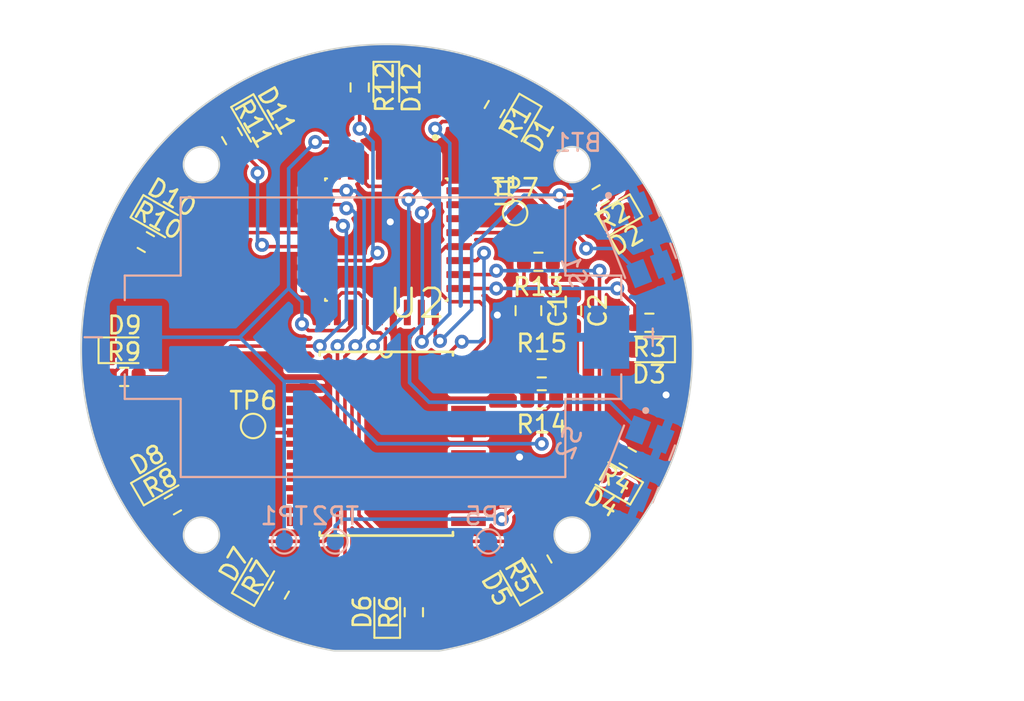
<source format=kicad_pcb>
(kicad_pcb (version 20221018) (generator pcbnew)
  (layers (0 "F.Cu" signal) (31 "B.Cu" signal) (34 "B.Paste" user) (35 "F.Paste" user) (36 "B.SilkS" user "B.Silkscreen") (37 "F.SilkS" user "F.Silkscreen") (38 "B.Mask" user) (39 "F.Mask" user) (44 "Edge.Cuts" user))
  (net 0 "")
  (net 1 "VCC")
  (net 2 "GND")
  (net 3 "/RST")
  (net 4 "/D-")
  (net 5 "Net-(D1-A)")
  (net 6 "Net-(D2-A)")
  (net 7 "Net-(D3-A)")
  (net 8 "Net-(D4-A)")
  (net 9 "Net-(D5-A)")
  (net 10 "Net-(D6-A)")
  (net 11 "Net-(D7-A)")
  (net 12 "Net-(D8-A)")
  (net 13 "Net-(D9-A)")
  (net 14 "Net-(D10-A)")
  (net 15 "Net-(D11-A)")
  (net 16 "Net-(D12-A)")
  (net 17 "/A0")
  (net 18 "/A1")
  (net 19 "/A2")
  (net 20 "/A3")
  (net 21 "/D13")
  (net 22 "/D4")
  (net 23 "/D5")
  (net 24 "/D6")
  (net 25 "/D7")
  (net 26 "/D8")
  (net 27 "/D9")
  (net 28 "/D10")
  (net 29 "/SDA")
  (net 30 "/SCL")
  (net 31 "/D2")
  (net 32 "/D3")
  (net 33 "Net-(U2-~RST)")
  (net 36 "/D11")
  (net 37 "/D12")
  (net 39 "/A7")
  (net 50 "/TXD")
  (net 51 "/RXD")
  (footprint "Resistor_SMD:R_0603_1608Metric" (layer "F.Cu") (at 141.719219 94.233002 120)
    (fp_text reference "R5" (at 0 -1.43 120) (layer "F.SilkS"))
    (fp_text value "R")
    (pad "1" smd roundrect (at -0.825 0 120) (size 0.8 0.95) (layers "F.Cu" "F.Paste" "F.Mask") (net 9 "Net-(D5-A)"))
    (pad "2" smd roundrect (at 0.825 0 120) (size 0.8 0.95) (layers "F.Cu" "F.Paste" "F.Mask") (net 21 "/D13"))
  )
  (footprint "LED_SMD:LED_0603_1608Metric" (layer "F.Cu") (at 125.345403 69.022319 -60)
    (fp_text reference "D11" (at 0 -1.43 120) (layer "F.SilkS"))
    (fp_text value "LED")
    (pad "1" smd roundrect (at -0.7875 -0.0254 300) (size 0.875 0.95) (layers "F.Cu" "F.Paste" "F.Mask") (net 2 "GND"))
    (pad "2" smd roundrect (at 0.7875 0 300) (size 0.875 0.95) (layers "F.Cu" "F.Paste" "F.Mask") (net 15 "Net-(D11-A)"))
  )
  (footprint "Resistor_SMD:R_0603_1608Metric" (layer "F.Cu") (at 117.8474 83.5494)
    (fp_text reference "R9" (at 0 -1.43) (layer "F.SilkS"))
    (fp_text value "R")
    (pad "1" smd roundrect (at -0.825 0) (size 0.8 0.95) (layers "F.Cu" "F.Paste" "F.Mask") (net 13 "Net-(D9-A)"))
    (pad "2" smd roundrect (at 0.825 0) (size 0.8 0.95) (layers "F.Cu" "F.Paste" "F.Mask") (net 25 "/D7"))
  )
  (footprint "LED_SMD:LED_0603_1608Metric" (layer "F.Cu") (at 140.389397 94.977681 120)
    (fp_text reference "D5" (at 0 -1.43 120) (layer "F.SilkS"))
    (fp_text value "LED")
    (pad "1" smd roundrect (at -0.7875 -0.0254 120) (size 0.875 0.95) (layers "F.Cu" "F.Paste" "F.Mask") (net 2 "GND"))
    (pad "2" smd roundrect (at 0.7875 0 120) (size 0.875 0.95) (layers "F.Cu" "F.Paste" "F.Mask") (net 9 "Net-(D5-A)"))
  )
  (footprint "Resistor_SMD:R_0603_1608Metric" (layer "F.Cu") (at 131.318 66.98 -90)
    (fp_text reference "R12" (at 0 -1.43 90) (layer "F.SilkS"))
    (fp_text value "R")
    (pad "1" smd roundrect (at -0.825 0 270) (size 0.8 0.95) (layers "F.Cu" "F.Paste" "F.Mask") (net 16 "Net-(D12-A)"))
    (pad "2" smd roundrect (at 0.825 0 270) (size 0.8 0.95) (layers "F.Cu" "F.Paste" "F.Mask") (net 28 "/D10"))
  )
  (footprint "TestPoint:TestPoint_Pad_D1.0mm" (layer "F.Cu") (at 125.222 86.36)
    (fp_text reference "TP6" (at 0 -1.448) (layer "F.SilkS"))
    (fp_text value "TestPoint")
    (pad "1" smd circle (at 0 0) (size 1 1) (layers "F.Cu" "F.Mask") (net 33 "Net-(U2-~RST)"))
  )
  (footprint "LED_SMD:LED_0603_1608Metric" (layer "F.Cu") (at 145.870481 89.478003 150)
    (fp_text reference "D4" (at 0 -1.43 150) (layer "F.SilkS"))
    (fp_text value "LED")
    (pad "1" smd roundrect (at -0.7875 -0.0254 150) (size 0.875 0.95) (layers "F.Cu" "F.Paste" "F.Mask") (net 2 "GND"))
    (pad "2" smd roundrect (at 0.7875 0 150) (size 0.875 0.95) (layers "F.Cu" "F.Paste" "F.Mask") (net 8 "Net-(D4-A)"))
  )
  (footprint "Resistor_SMD:R_0603_1608Metric" (layer "F.Cu") (at 120.634398 90.851819 30)
    (fp_text reference "R8" (at 0 -1.43 30) (layer "F.SilkS"))
    (fp_text value "R")
    (pad "1" smd roundrect (at -0.825 0 30) (size 0.8 0.95) (layers "F.Cu" "F.Paste" "F.Mask") (net 12 "Net-(D8-A)"))
    (pad "2" smd roundrect (at 0.825 0 30) (size 0.8 0.95) (layers "F.Cu" "F.Paste" "F.Mask") (net 24 "/D6"))
  )
  (footprint "LED_SMD:LED_0603_1608Metric" (layer "F.Cu") (at 132.842 67 -90)
    (fp_text reference "D12" (at 0 -1.43 90) (layer "F.SilkS"))
    (fp_text value "LED")
    (pad "1" smd roundrect (at -0.7875 -0.0254 270) (size 0.875 0.95) (layers "F.Cu" "F.Paste" "F.Mask") (net 2 "GND"))
    (pad "2" smd roundrect (at 0.7875 0 270) (size 0.875 0.95) (layers "F.Cu" "F.Paste" "F.Mask") (net 16 "Net-(D12-A)"))
  )
  (footprint "Resistor_SMD:R_0603_1608Metric" (layer "F.Cu") (at 145.100402 73.148181 -150)
    (fp_text reference "R2" (at 0 -1.43 30) (layer "F.SilkS"))
    (fp_text value "R")
    (pad "1" smd roundrect (at -0.825 0 210) (size 0.8 0.95) (layers "F.Cu" "F.Paste" "F.Mask") (net 6 "Net-(D2-A)"))
    (pad "2" smd roundrect (at 0.825 0 210) (size 0.8 0.95) (layers "F.Cu" "F.Paste" "F.Mask") (net 18 "/A1"))
  )
  (footprint "Resistor_SMD:R_0603_1608Metric" (layer "F.Cu") (at 139.035581 68.217598 -120)
    (fp_text reference "R1" (at 0 -1.43 60) (layer "F.SilkS"))
    (fp_text value "R")
    (pad "1" smd roundrect (at -0.825 0 240) (size 0.8 0.95) (layers "F.Cu" "F.Paste" "F.Mask") (net 5 "Net-(D1-A)"))
    (pad "2" smd roundrect (at 0.825 0 240) (size 0.8 0.95) (layers "F.Cu" "F.Paste" "F.Mask") (net 17 "/A0"))
  )
  (footprint "LED_SMD:LED_0603_1608Metric" (layer "F.Cu") (at 119.864319 74.521997 -30)
    (fp_text reference "D10" (at 0 -1.43 150) (layer "F.SilkS"))
    (fp_text value "LED")
    (pad "1" smd roundrect (at -0.7875 -0.0254 330) (size 0.875 0.95) (layers "F.Cu" "F.Paste" "F.Mask") (net 2 "GND"))
    (pad "2" smd roundrect (at 0.7875 0 330) (size 0.875 0.95) (layers "F.Cu" "F.Paste" "F.Mask") (net 14 "Net-(D10-A)"))
  )
  (footprint "LED_SMD:LED_0603_1608Metric" (layer "F.Cu") (at 125.389397 95.003081 60)
    (fp_text reference "D7" (at 0 -1.43 60) (layer "F.SilkS"))
    (fp_text value "LED")
    (pad "1" smd roundrect (at -0.7875 -0.0254 60) (size 0.875 0.95) (layers "F.Cu" "F.Paste" "F.Mask") (net 2 "GND"))
    (pad "2" smd roundrect (at 0.7875 0 60) (size 0.875 0.95) (layers "F.Cu" "F.Paste" "F.Mask") (net 11 "Net-(D7-A)"))
  )
  (footprint "Resistor_SMD:R_0603_1608Metric" (layer "F.Cu") (at 141.541 76.962 180)
    (fp_text reference "R13" (at 0 -1.43) (layer "F.SilkS"))
    (fp_text value "10K")
    (pad "1" smd roundrect (at -0.825 0 180) (size 0.8 0.95) (layers "F.Cu" "F.Paste" "F.Mask") (net 3 "/RST"))
    (pad "2" smd roundrect (at 0.825 0 180) (size 0.8 0.95) (layers "F.Cu" "F.Paste" "F.Mask") (net 1 "VCC"))
  )
  (footprint "Capacitor_SMD:C_0805_2012Metric" (layer "F.Cu") (at 143.256 79.756 -90)
    (fp_text reference "C2" (at 0 -1.68 90) (layer "F.SilkS"))
    (fp_text value "0.1uF")
    (pad "1" smd roundrect (at -0.95 0 270) (size 1 1.45) (layers "F.Cu" "F.Paste" "F.Mask") (net 3 "/RST"))
    (pad "2" smd roundrect (at 0.95 0 270) (size 1 1.45) (layers "F.Cu" "F.Paste" "F.Mask") (net 4 "/D-"))
  )
  (footprint "Resistor_SMD:R_0603_1608Metric" (layer "F.Cu") (at 141.732 84.836 180)
    (fp_text reference "R14" (at 0 -1.43) (layer "F.SilkS"))
    (fp_text value "10K")
    (pad "1" smd roundrect (at -0.825 0 180) (size 0.8 0.95) (layers "F.Cu" "F.Paste" "F.Mask") (net 1 "VCC"))
    (pad "2" smd roundrect (at 0.825 0 180) (size 0.8 0.95) (layers "F.Cu" "F.Paste" "F.Mask") (net 29 "/SDA"))
  )
  (footprint "IO_watch_cat_ball:DS3231" (layer "F.Cu") (at 132.842 87.376)
    (fp_text reference "U2" (at 1.753955 -8.032615) (layer "F.SilkS") (effects (font (size 1.641268 1.641268))))
    (fp_text value "DS3231S")
    (pad "1" smd rect (at -4.699 -4.445) (size 1.9812 0.5334) (layers "F.Cu" "F.Paste" "F.Mask"))
    (pad "2" smd rect (at -4.699 -3.175) (size 1.9812 0.5334) (layers "F.Cu" "F.Paste" "F.Mask") (net 2 "GND"))
    (pad "3" smd rect (at -4.699 -1.905) (size 1.9812 0.5334) (layers "F.Cu" "F.Paste" "F.Mask"))
    (pad "4" smd rect (at -4.699 -0.635) (size 1.9812 0.5334) (layers "F.Cu" "F.Paste" "F.Mask") (net 33 "Net-(U2-~RST)"))
    (pad "5" smd rect (at -4.699 0.635) (size 1.9812 0.5334) (layers "F.Cu" "F.Paste" "F.Mask"))
    (pad "6" smd rect (at -4.699 1.905) (size 1.9812 0.5334) (layers "F.Cu" "F.Paste" "F.Mask"))
    (pad "7" smd rect (at -4.699 3.175) (size 1.9812 0.5334) (layers "F.Cu" "F.Paste" "F.Mask"))
    (pad "8" smd rect (at -4.699 4.445) (size 1.9812 0.5334) (layers "F.Cu" "F.Paste" "F.Mask"))
    (pad "9" smd rect (at 4.699 4.445) (size 1.9812 0.5334) (layers "F.Cu" "F.Paste" "F.Mask"))
    (pad "10" smd rect (at 4.699 3.175) (size 1.9812 0.5334) (layers "F.Cu" "F.Paste" "F.Mask"))
    (pad "11" smd rect (at 4.699 1.905) (size 1.9812 0.5334) (layers "F.Cu" "F.Paste" "F.Mask"))
    (pad "12" smd rect (at 4.699 0.635) (size 1.9812 0.5334) (layers "F.Cu" "F.Paste" "F.Mask"))
    (pad "13" smd rect (at 4.699 -0.635) (size 1.9812 0.5334) (layers "F.Cu" "F.Paste" "F.Mask") (net 2 "GND"))
    (pad "14" smd rect (at 4.699 -1.905) (size 1.9812 0.5334) (layers "F.Cu" "F.Paste" "F.Mask") (net 1 "VCC"))
    (pad "15" smd rect (at 4.699 -3.175) (size 1.9812 0.5334) (layers "F.Cu" "F.Paste" "F.Mask") (net 29 "/SDA"))
    (pad "16" smd rect (at 4.699 -4.445) (size 1.9812 0.5334) (layers "F.Cu" "F.Paste" "F.Mask") (net 30 "/SCL"))
  )
  (footprint "Resistor_SMD:R_0603_1608Metric" (layer "F.Cu") (at 126.699219 95.782402 60)
    (fp_text reference "R7" (at 0 -1.43 60) (layer "F.SilkS"))
    (fp_text value "R")
    (pad "1" smd roundrect (at -0.825 0 60) (size 0.8 0.95) (layers "F.Cu" "F.Paste" "F.Mask") (net 11 "Net-(D7-A)"))
    (pad "2" smd roundrect (at 0.825 0 60) (size 0.8 0.95) (layers "F.Cu" "F.Paste" "F.Mask") (net 23 "/D5"))
  )
  (footprint "Resistor_SMD:R_0603_1608Metric" (layer "F.Cu") (at 134.4168 97.02 90)
    (fp_text reference "R6" (at 0 -1.43 90) (layer "F.SilkS"))
    (fp_text value "R")
    (pad "1" smd roundrect (at -0.825 0 90) (size 0.8 0.95) (layers "F.Cu" "F.Paste" "F.Mask") (net 10 "Net-(D6-A)"))
    (pad "2" smd roundrect (at 0.825 0 90) (size 0.8 0.95) (layers "F.Cu" "F.Paste" "F.Mask") (net 22 "/D4"))
  )
  (footprint "Resistor_SMD:R_0603_1608Metric" (layer "F.Cu") (at 141.732 83.058)
    (fp_text reference "R15" (at 0 -1.43) (layer "F.SilkS"))
    (fp_text value "10K")
    (pad "1" smd roundrect (at -0.825 0) (size 0.8 0.95) (layers "F.Cu" "F.Paste" "F.Mask") (net 30 "/SCL"))
    (pad "2" smd roundrect (at 0.825 0) (size 0.8 0.95) (layers "F.Cu" "F.Paste" "F.Mask") (net 1 "VCC"))
  )
  (footprint "Resistor_SMD:R_0603_1608Metric" (layer "F.Cu") (at 119.084998 75.831819 -30)
    (fp_text reference "R10" (at 0 -1.43 150) (layer "F.SilkS"))
    (fp_text value "R")
    (pad "1" smd roundrect (at -0.825 0 330) (size 0.8 0.95) (layers "F.Cu" "F.Paste" "F.Mask") (net 14 "Net-(D10-A)"))
    (pad "2" smd roundrect (at 0.825 0 330) (size 0.8 0.95) (layers "F.Cu" "F.Paste" "F.Mask") (net 26 "/D8"))
  )
  (footprint "Resistor_SMD:R_0603_1608Metric" (layer "F.Cu") (at 147.8874 80.4506 180)
    (fp_text reference "R3" (at 0 -1.43) (layer "F.SilkS"))
    (fp_text value "R")
    (pad "1" smd roundrect (at -0.825 0 180) (size 0.8 0.95) (layers "F.Cu" "F.Paste" "F.Mask") (net 7 "Net-(D3-A)"))
    (pad "2" smd roundrect (at 0.825 0 180) (size 0.8 0.95) (layers "F.Cu" "F.Paste" "F.Mask") (net 19 "/A2"))
  )
  (footprint "Resistor_SMD:R_0603_1608Metric" (layer "F.Cu") (at 146.649802 88.168181 150)
    (fp_text reference "R4" (at 0 -1.43 150) (layer "F.SilkS"))
    (fp_text value "R")
    (pad "1" smd roundrect (at -0.825 0 150) (size 0.8 0.95) (layers "F.Cu" "F.Paste" "F.Mask") (net 8 "Net-(D4-A)"))
    (pad "2" smd roundrect (at 0.825 0 150) (size 0.8 0.95) (layers "F.Cu" "F.Paste" "F.Mask") (net 20 "/A3"))
  )
  (footprint "LED_SMD:LED_0603_1608Metric" (layer "F.Cu") (at 140.345403 68.996919 -120)
    (fp_text reference "D1" (at 0 -1.43 60) (layer "F.SilkS"))
    (fp_text value "LED")
    (pad "1" smd roundrect (at -0.7875 -0.0254 240) (size 0.875 0.95) (layers "F.Cu" "F.Paste" "F.Mask") (net 2 "GND"))
    (pad "2" smd roundrect (at 0.7875 0 240) (size 0.875 0.95) (layers "F.Cu" "F.Paste" "F.Mask") (net 5 "Net-(D1-A)"))
  )
  (footprint "Resistor_SMD:R_0603_1608Metric" (layer "F.Cu") (at 124.015581 69.766998 -60)
    (fp_text reference "R11" (at 0 -1.43 120) (layer "F.SilkS"))
    (fp_text value "R")
    (pad "1" smd roundrect (at -0.825 0 300) (size 0.8 0.95) (layers "F.Cu" "F.Paste" "F.Mask") (net 15 "Net-(D11-A)"))
    (pad "2" smd roundrect (at 0.825 0 300) (size 0.8 0.95) (layers "F.Cu" "F.Paste" "F.Mask") (net 27 "/D9"))
  )
  (footprint "Capacitor_SMD:C_0805_2012Metric" (layer "F.Cu") (at 140.97 79.756 -90)
    (fp_text reference "C1" (at 0 -1.68 90) (layer "F.SilkS"))
    (fp_text value "1uF")
    (pad "1" smd roundrect (at -0.95 0 270) (size 1 1.45) (layers "F.Cu" "F.Paste" "F.Mask") (net 1 "VCC"))
    (pad "2" smd roundrect (at 0.95 0 270) (size 1 1.45) (layers "F.Cu" "F.Paste" "F.Mask") (net 2 "GND"))
  )
  (footprint "IO_watch_cat_ball:atmega328P_shinked" (layer "F.Cu") (at 132.842 75.692 -90)
    (fp_text reference "U1" (at -2.795 -6.79 -90) (layer "F.SilkS"))
    (fp_text value "ATMEGA328P-AU")
    (pad "1" smd roundrect (at -4.17 -2.8 270) (size 1.47 0.4) (layers "F.Cu" "F.Paste" "F.Mask") (roundrect_rratio 0.125) (net 32 "/D3"))
    (pad "2" smd roundrect (at -4.17 -2 270) (size 1.47 0.4) (layers "F.Cu" "F.Paste" "F.Mask") (roundrect_rratio 0.125) (net 22 "/D4"))
    (pad "3" smd roundrect (at -4.17 -1.2 270) (size 1.47 0.4) (layers "F.Cu" "F.Paste" "F.Mask") (roundrect_rratio 0.125) (net 2 "GND"))
    (pad "4" smd roundrect (at -4.17 -0.4 270) (size 1.47 0.4) (layers "F.Cu" "F.Paste" "F.Mask") (roundrect_rratio 0.125) (net 1 "VCC"))
    (pad "5" smd roundrect (at -4.17 0.4 270) (size 1.47 0.4) (layers "F.Cu" "F.Paste" "F.Mask") (roundrect_rratio 0.125) (net 2 "GND"))
    (pad "6" smd roundrect (at -4.17 1.2 270) (size 1.47 0.4) (layers "F.Cu" "F.Paste" "F.Mask") (roundrect_rratio 0.125) (net 1 "VCC"))
    (pad "7" smd roundrect (at -4.17 2 270) (size 1.47 0.4) (layers "F.Cu" "F.Paste" "F.Mask") (roundrect_rratio 0.125))
    (pad "8" smd roundrect (at -4.17 2.8 270) (size 1.47 0.4) (layers "F.Cu" "F.Paste" "F.Mask") (roundrect_rratio 0.125))
    (pad "9" smd roundrect (at -2.8 4.17 270) (size 0.4 1.47) (layers "F.Cu" "F.Paste" "F.Mask") (roundrect_rratio 0.125) (net 23 "/D5"))
    (pad "10" smd roundrect (at -2 4.17 270) (size 0.4 1.47) (layers "F.Cu" "F.Paste" "F.Mask") (roundrect_rratio 0.125) (net 24 "/D6"))
    (pad "11" smd roundrect (at -1.2 4.17 270) (size 0.4 1.47) (layers "F.Cu" "F.Paste" "F.Mask") (roundrect_rratio 0.125) (net 25 "/D7"))
    (pad "12" smd roundrect (at -0.4 4.17 270) (size 0.4 1.47) (layers "F.Cu" "F.Paste" "F.Mask") (roundrect_rratio 0.125) (net 26 "/D8"))
    (pad "13" smd roundrect (at 0.4 4.17 270) (size 0.4 1.47) (layers "F.Cu" "F.Paste" "F.Mask") (roundrect_rratio 0.125) (net 27 "/D9"))
    (pad "14" smd roundrect (at 1.2 4.17 270) (size 0.4 1.47) (layers "F.Cu" "F.Paste" "F.Mask") (roundrect_rratio 0.125) (net 28 "/D10"))
    (pad "15" smd roundrect (at 2 4.17 270) (size 0.4 1.47) (layers "F.Cu" "F.Paste" "F.Mask") (roundrect_rratio 0.125) (net 36 "/D11"))
    (pad "16" smd roundrect (at 2.8 4.17 270) (size 0.4 1.47) (layers "F.Cu" "F.Paste" "F.Mask") (roundrect_rratio 0.125) (net 37 "/D12"))
    (pad "17" smd roundrect (at 4.17 2.8 270) (size 1.47 0.4) (layers "F.Cu" "F.Paste" "F.Mask") (roundrect_rratio 0.125) (net 21 "/D13"))
    (pad "18" smd roundrect (at 4.17 2 270) (size 1.47 0.4) (layers "F.Cu" "F.Paste" "F.Mask") (roundrect_rratio 0.125) (net 1 "VCC"))
    (pad "19" smd roundrect (at 4.17 1.2 270) (size 1.47 0.4) (layers "F.Cu" "F.Paste" "F.Mask") (roundrect_rratio 0.125) (net 21 "/D13"))
    (pad "20" smd roundrect (at 4.17 0.4 270) (size 1.47 0.4) (layers "F.Cu" "F.Paste" "F.Mask") (roundrect_rratio 0.125))
    (pad "21" smd roundrect (at 4.17 -0.4 270) (size 1.47 0.4) (layers "F.Cu" "F.Paste" "F.Mask") (roundrect_rratio 0.125) (net 2 "GND"))
    (pad "22" smd roundrect (at 4.17 -1.2 270) (size 1.47 0.4) (layers "F.Cu" "F.Paste" "F.Mask") (roundrect_rratio 0.125) (net 39 "/A7"))
    (pad "23" smd roundrect (at 4.17 -2 270) (size 1.47 0.4) (layers "F.Cu" "F.Paste" "F.Mask") (roundrect_rratio 0.125) (net 17 "/A0"))
    (pad "24" smd roundrect (at 4.17 -2.8 270) (size 1.47 0.4) (layers "F.Cu" "F.Paste" "F.Mask") (roundrect_rratio 0.125) (net 18 "/A1"))
    (pad "25" smd roundrect (at 2.8 -4.17 270) (size 0.4 1.47) (layers "F.Cu" "F.Paste" "F.Mask") (roundrect_rratio 0.125) (net 19 "/A2"))
    (pad "26" smd roundrect (at 2 -4.17 270) (size 0.4 1.47) (layers "F.Cu" "F.Paste" "F.Mask") (roundrect_rratio 0.125) (net 20 "/A3"))
    (pad "27" smd roundrect (at 1.2 -4.17 270) (size 0.4 1.47) (layers "F.Cu" "F.Paste" "F.Mask") (roundrect_rratio 0.125) (net 29 "/SDA"))
    (pad "28" smd roundrect (at 0.4 -4.17 270) (size 0.4 1.47) (layers "F.Cu" "F.Paste" "F.Mask") (roundrect_rratio 0.125) (net 30 "/SCL"))
    (pad "29" smd roundrect (at -0.4 -4.17 270) (size 0.4 1.47) (layers "F.Cu" "F.Paste" "F.Mask") (roundrect_rratio 0.125) (net 3 "/RST"))
    (pad "30" smd roundrect (at -1.2 -4.17 270) (size 0.4 1.47) (layers "F.Cu" "F.Paste" "F.Mask") (roundrect_rratio 0.125) (net 51 "/RXD"))
    (pad "31" smd roundrect (at -2 -4.17 270) (size 0.4 1.47) (layers "F.Cu" "F.Paste" "F.Mask") (roundrect_rratio 0.125) (net 50 "/TXD"))
    (pad "32" smd roundrect (at -2.8 -4.17 270) (size 0.4 1.47) (layers "F.Cu" "F.Paste" "F.Mask") (roundrect_rratio 0.125) (net 31 "/D2"))
  )
  (footprint "TestPoint:TestPoint_Pad_D1.0mm" (layer "F.Cu") (at 140.208 74.168)
    (fp_text reference "TP7" (at 0 -1.448) (layer "F.SilkS"))
    (fp_text value "TestPoint")
    (pad "1" smd circle (at 0 0) (size 1 1) (layers "F.Cu" "F.Mask") (net 3 "/RST"))
  )
  (footprint "LED_SMD:LED_0603_1608Metric" (layer "F.Cu") (at 147.8674 81.9746 180)
    (fp_text reference "D3" (at 0 -1.43) (layer "F.SilkS"))
    (fp_text value "LED")
    (pad "1" smd roundrect (at -0.7875 -0.0254 180) (size 0.875 0.95) (layers "F.Cu" "F.Paste" "F.Mask") (net 2 "GND"))
    (pad "2" smd roundrect (at 0.7875 0 180) (size 0.875 0.95) (layers "F.Cu" "F.Paste" "F.Mask") (net 7 "Net-(D3-A)"))
  )
  (footprint "LED_SMD:LED_0603_1608Metric" (layer "F.Cu") (at 119.889719 89.521997 30)
    (fp_text reference "D8" (at 0 -1.43 30) (layer "F.SilkS"))
    (fp_text value "LED")
    (pad "1" smd roundrect (at -0.7875 -0.0254 30) (size 0.875 0.95) (layers "F.Cu" "F.Paste" "F.Mask") (net 2 "GND"))
    (pad "2" smd roundrect (at 0.7875 0 30) (size 0.875 0.95) (layers "F.Cu" "F.Paste" "F.Mask") (net 12 "Net-(D8-A)"))
  )
  (footprint "LED_SMD:LED_0603_1608Metric" (layer "F.Cu") (at 132.8928 97 90)
    (fp_text reference "D6" (at 0 -1.43 90) (layer "F.SilkS"))
    (fp_text value "LED")
    (pad "1" smd roundrect (at -0.7875 -0.0254 90) (size 0.875 0.95) (layers "F.Cu" "F.Paste" "F.Mask") (net 2 "GND"))
    (pad "2" smd roundrect (at 0.7875 0 90) (size 0.875 0.95) (layers "F.Cu" "F.Paste" "F.Mask") (net 10 "Net-(D6-A)"))
  )
  (footprint "LED_SMD:LED_0603_1608Metric" (layer "F.Cu") (at 117.8674 82.0254)
    (fp_text reference "D9" (at 0 -1.43) (layer "F.SilkS"))
    (fp_text value "LED")
    (pad "1" smd roundrect (at -0.7875 -0.0254) (size 0.875 0.95) (layers "F.Cu" "F.Paste" "F.Mask") (net 2 "GND"))
    (pad "2" smd roundrect (at 0.7875 0) (size 0.875 0.95) (layers "F.Cu" "F.Paste" "F.Mask") (net 13 "Net-(D9-A)"))
  )
  (footprint "LED_SMD:LED_0603_1608Metric" (layer "F.Cu") (at 145.845081 74.478003 -150)
    (fp_text reference "D2" (at 0 -1.43 30) (layer "F.SilkS"))
    (fp_text value "LED")
    (pad "1" smd roundrect (at -0.7875 -0.0254 210) (size 0.875 0.95) (layers "F.Cu" "F.Paste" "F.Mask") (net 2 "GND"))
    (pad "2" smd roundrect (at 0.7875 0 210) (size 0.875 0.95) (layers "F.Cu" "F.Paste" "F.Mask") (net 6 "Net-(D2-A)"))
  )
  (footprint "IO_watch_cat_ball:SW_EVQ-P7A01P" (layer "B.Cu") (at 147.32 75.692 -68.6)
    (fp_text reference "S1" (at 0.3175 4.1275 111.4) (layer "B.SilkS") (effects (justify mirror)))
    (fp_text value "EVQ-P7A01P")
    (pad "1_1" smd rect (at -1.8 0.725 291.4) (size 1.4 1.05) (layers "B.Cu" "B.Paste" "B.Mask") (net 31 "/D2"))
    (pad "1_2" smd rect (at 1.8 0.725 291.4) (size 1.4 1.05) (layers "B.Cu" "B.Paste" "B.Mask") (net 31 "/D2"))
    (pad "2_1" smd rect (at -1.8 -0.725 291.4) (size 1.4 1.05) (layers "B.Cu" "B.Paste" "B.Mask") (net 2 "GND"))
    (pad "2_2" smd rect (at 1.8 -0.725 291.4) (size 1.4 1.05) (layers "B.Cu" "B.Paste" "B.Mask") (net 2 "GND"))
  )
  (footprint "TestPoint:TestPoint_Pad_D1.0mm" (layer "B.Cu") (at 138.684 92.964 180)
    (fp_text reference "TP5" (at 0 1.448) (layer "B.SilkS") (effects (justify mirror)))
    (fp_text value "TestPoint")
    (pad "1" smd circle (at 0 0 180) (size 1 1) (layers "B.Cu" "B.Mask") (net 2 "GND"))
  )
  (footprint "IO_watch_cat_ball:BAT_1060TR" (layer "B.Cu") (at 132.08 81.28 180)
    (fp_text reference "BT1" (at -11.73 11.135) (layer "B.SilkS") (effects (justify mirror)))
    (fp_text value "1060TR")
    (pad "N" smd rect (at 13.36 0 180) (size 2.59 3.61) (layers "B.Cu" "B.Paste" "B.Mask") (net 1 "VCC"))
    (pad "P" smd rect (at -13.36 0 180) (size 2.59 3.61) (layers "B.Cu" "B.Paste" "B.Mask") (net 2 "GND"))
  )
  (footprint "IO_watch_cat_ball:SW_EVQ-P7A01P" (layer "B.Cu") (at 147.258206 88.533365 -111.4)
    (fp_text reference "S2" (at 0.3175 4.1275 68.6) (layer "B.SilkS") (effects (justify mirror)))
    (fp_text value "EVQ-P7A01P")
    (pad "1_1" smd rect (at -1.8 0.725 248.6) (size 1.4 1.05) (layers "B.Cu" "B.Paste" "B.Mask") (net 32 "/D3"))
    (pad "1_2" smd rect (at 1.8 0.725 248.6) (size 1.4 1.05) (layers "B.Cu" "B.Paste" "B.Mask") (net 32 "/D3"))
    (pad "2_1" smd rect (at -1.8 -0.725 248.6) (size 1.4 1.05) (layers "B.Cu" "B.Paste" "B.Mask") (net 2 "GND"))
    (pad "2_2" smd rect (at 1.8 -0.725 248.6) (size 1.4 1.05) (layers "B.Cu" "B.Paste" "B.Mask") (net 2 "GND"))
  )
  (footprint "TestPoint:TestPoint_Pad_D1.0mm" (layer "B.Cu") (at 127 92.964 180)
    (fp_text reference "TP1" (at 0 1.448) (layer "B.SilkS") (effects (justify mirror)))
    (fp_text value "TestPoint")
    (pad "1" smd circle (at 0 0 180) (size 1 1) (layers "B.Cu" "B.Mask") (net 1 "VCC"))
  )
  (footprint "TestPoint:TestPoint_Pad_D1.0mm" (layer "B.Cu") (at 129.921 92.964 180)
    (fp_text reference "TP2" (at 0 1.448) (layer "B.SilkS") (effects (justify mirror)))
    (fp_text value "TestPoint")
    (pad "1" smd circle (at 0 0 180) (size 1 1) (layers "B.Cu" "B.Mask") (net 4 "/D-"))
  )
  (gr_circle (center 122.2674 92.6026) (end 123.0974 92.0026) (stroke (width 0.1)) (fill none) (layer "Edge.Cuts"))
  (gr_circle (center 122.2648 71.4) (end 123.0948 70.8) (stroke (width 0.1)) (fill none) (layer "Edge.Cuts"))
  (gr_circle (center 143.47 92.6) (end 144.3 92) (stroke (width 0.1)) (fill none) (layer "Edge.Cuts"))
  (gr_line (start 129.8674 99.225) (end 135.8674 99.225) (stroke (width 0.1)) (layer "Edge.Cuts"))
  (gr_circle (center 143.4674 71.3974) (end 144.2974 70.7974) (stroke (width 0.1)) (fill none) (layer "Edge.Cuts"))
  (gr_arc (start 129.8674 99.225) (mid 132.882488 64.514399) (end 135.867846 99.227569) (stroke (width 0.1)) (layer "Edge.Cuts"))
  (segment (start 137.6826 85.6126) (end 141.7804 85.6126) (width 0.2032) (layer "F.Cu") (net 1))
  (segment (start 141.7804 85.6126) (end 142.557 84.836) (width 0.2032) (layer "F.Cu") (net 1))
  (segment (start 142.24 80.209992) (end 142.2294 80.220592) (width 0.2032) (layer "F.Cu") (net 1))
  (segment (start 142.557 83.312) (end 142.557 84.836) (width 0.2032) (layer "F.Cu") (net 1))
  (segment (start 130.5404 80.8986) (end 128.3966 80.8986) (width 0.2032) (layer "F.Cu") (net 1))
  (segment (start 142.24 79.502) (end 142.24 80.209992) (width 0.2032) (layer "F.Cu") (net 1))
  (segment (start 137.541 85.471) (end 137.6826 85.6126) (width 0.2032) (layer "F.Cu") (net 1))
  (segment (start 128.3966 80.8986) (end 128.016 80.518) (width 0.2032) (layer "F.Cu") (net 1))
  (segment (start 141.544 78.806) (end 142.24 79.502) (width 0.2032) (layer "F.Cu") (net 1))
  (segment (start 130.959 70.104) (end 128.778 70.104) (width 0.2032) (layer "F.Cu") (net 1))
  (segment (start 130.842 80.597) (end 130.5404 80.8986) (width 0.2032) (layer "F.Cu") (net 1))
  (segment (start 142.2294 81.191408) (end 142.24 81.202008) (width 0.2032) (layer "F.Cu") (net 1))
  (segment (start 141.732 85.661) (end 141.7804 85.6126) (width 0.2032) (layer "F.Cu") (net 1))
  (segment (start 131.642 72.46) (end 131.642 71.522) (width 0.2032) (layer "F.Cu") (net 1))
  (segment (start 130.842 79.862) (end 130.842 80.597) (width 0.2032) (layer "F.Cu") (net 1))
  (segment (start 141.732 87.376) (end 141.732 85.661) (width 0.2032) (layer "F.Cu") (net 1))
  (segment (start 137.093398 85.471) (end 137.541 85.471) (width 0.2032) (layer "F.Cu") (net 1))
  (segment (start 131.826 72.644) (end 131.642 72.46) (width 0.2032) (layer "F.Cu") (net 1))
  (segment (start 142.24 81.202008) (end 142.24 82.995) (width 0.2032) (layer "F.Cu") (net 1))
  (segment (start 140.716 78.806) (end 141.544 78.806) (width 0.2032) (layer "F.Cu") (net 1))
  (segment (start 131.642 70.787) (end 130.959 70.104) (width 0.2032) (layer "F.Cu") (net 1))
  (segment (start 131.642 71.522) (end 131.642 70.787) (width 0.2032) (layer "F.Cu") (net 1))
  (segment (start 140.716 76.962) (end 140.716 78.806) (width 0.2032) (layer "F.Cu") (net 1))
  (segment (start 133.242 72.498) (end 133.096 72.644) (width 0.2032) (layer "F.Cu") (net 1))
  (segment (start 142.24 82.995) (end 142.557 83.312) (width 0.2032) (layer "F.Cu") (net 1))
  (segment (start 133.096 72.644) (end 131.826 72.644) (width 0.2032) (layer "F.Cu") (net 1))
  (segment (start 142.2294 80.220592) (end 142.2294 81.191408) (width 0.2032) (layer "F.Cu") (net 1))
  (segment (start 133.242 71.522) (end 133.242 72.498) (width 0.2032) (layer "F.Cu") (net 1))
  (via (at 128.016 80.518) (size 0.8) (drill 0.4) (layers "F.Cu" "B.Cu") (net 1))
  (via (at 141.732 87.376) (size 0.8) (drill 0.4) (layers "F.Cu" "B.Cu") (net 1))
  (via (at 128.778 70.104) (size 0.8) (drill 0.4) (layers "F.Cu" "B.Cu") (net 1))
  (segment (start 124.46 81.28) (end 127 83.82) (width 0.2032) (layer "B.Cu") (net 1))
  (segment (start 136.33579 87.376) (end 141.732 87.376) (width 0.2032) (layer "B.Cu") (net 1))
  (segment (start 128.016 79.248) (end 127.254 78.486) (width 0.2032) (layer "B.Cu") (net 1))
  (segment (start 124.46 81.28) (end 118.72 81.28) (width 0.2032) (layer "B.Cu") (net 1))
  (segment (start 128.016 80.518) (end 128.016 79.248) (width 0.2032) (layer "B.Cu") (net 1))
  (segment (start 128.778 83.82) (end 127 83.82) (width 0.2032) (layer "B.Cu") (net 1))
  (segment (start 132.334 87.376) (end 128.778 83.82) (width 0.2032) (layer "B.Cu") (net 1))
  (segment (start 127 83.82) (end 127 92.964) (width 0.2032) (layer "B.Cu") (net 1))
  (segment (start 136.33579 87.376) (end 132.334 87.376) (width 0.2032) (layer "B.Cu") (net 1))
  (segment (start 127.254 71.628) (end 127.254 78.486) (width 0.2032) (layer "B.Cu") (net 1))
  (segment (start 128.778 70.104) (end 127.254 71.628) (width 0.2032) (layer "B.Cu") (net 1))
  (segment (start 127.254 78.486) (end 124.46 81.28) (width 0.2032) (layer "B.Cu") (net 1))
  (via (at 140.462 88.138) (size 0.8) (drill 0.4) (layers "F.Cu" "B.Cu") (net 2))
  (via (at 133.0676 74.676) (size 0.8) (drill 0.4) (layers "F.Cu" "B.Cu") (net 2))
  (via (at 139.192 80.01) (size 0.8) (drill 0.4) (layers "F.Cu" "B.Cu") (net 2))
  (via (at 148.844 84.582) (size 0.8) (drill 0.4) (layers "F.Cu" "B.Cu") (net 2))
  (segment (start 137.012 75.292) (end 141.84 75.292) (width 0.2032) (layer "F.Cu") (net 3))
  (segment (start 142.366 76.962) (end 142.366 78.17) (width 0.2032) (layer "F.Cu") (net 3))
  (segment (start 141.84 75.038) (end 140.97 74.168) (width 0.2032) (layer "F.Cu") (net 3))
  (segment (start 142.366 78.17) (end 143.002 78.806) (width 0.2032) (layer "F.Cu") (net 3))
  (segment (start 140.97 74.168) (end 140.208 74.168) (width 0.2032) (layer "F.Cu") (net 3))
  (segment (start 141.84 75.292) (end 141.84 75.038) (width 0.2032) (layer "F.Cu") (net 3))
  (segment (start 141.84 75.292) (end 142.366 75.818) (width 0.2032) (layer "F.Cu") (net 3))
  (segment (start 142.366 75.818) (end 142.366 76.962) (width 0.2032) (layer "F.Cu") (net 3))
  (segment (start 143.764 87.376) (end 143.764 81.468) (width 0.2032) (layer "F.Cu") (net 4))
  (segment (start 143.764 81.468) (end 143.002 80.706) (width 0.2032) (layer "F.Cu") (net 4))
  (segment (start 139.446 91.694) (end 143.764 87.376) (width 0.2032) (layer "F.Cu") (net 4))
  (via (at 139.446 91.694) (size 0.8) (drill 0.4) (layers "F.Cu" "B.Cu") (net 4))
  (segment (start 129.921 92.964) (end 129.921 92.075) (width 0.2032) (layer "B.Cu") (net 4))
  (segment (start 129.921 92.075) (end 130.302 91.694) (width 0.2032) (layer "B.Cu") (net 4))
  (segment (start 130.302 91.694) (end 139.446 91.694) (width 0.2032) (layer "B.Cu") (net 4))
  (segment (start 139.795805 67.850851) (end 139.795805 69.523066) (width 0.2032) (layer "F.Cu") (net 5))
  (segment (start 139.448081 67.503127) (end 139.795805 67.850851) (width 0.2032) (layer "F.Cu") (net 5))
  (segment (start 139.795805 69.523066) (end 139.951653 69.678914) (width 0.2032) (layer "F.Cu") (net 5))
  (segment (start 145.814873 72.735681) (end 145.814873 73.272927) (width 0.2032) (layer "F.Cu") (net 6))
  (segment (start 145.163086 73.924714) (end 145.163086 74.871753) (width 0.2032) (layer "F.Cu") (net 6))
  (segment (start 145.814873 73.272927) (end 145.163086 73.924714) (width 0.2032) (layer "F.Cu") (net 6))
  (segment (start 148.6039 80.4506) (end 147.0799 81.9746) (width 0.3048) (layer "F.Cu") (net 7))
  (segment (start 148.7124 80.4506) (end 148.6039 80.4506) (width 0.3048) (layer "F.Cu") (net 7))
  (segment (start 146.217412 89.084253) (end 146.720984 88.580681) (width 0.2032) (layer "F.Cu") (net 8))
  (segment (start 145.188486 89.084253) (end 146.217412 89.084253) (width 0.2032) (layer "F.Cu") (net 8))
  (segment (start 146.720984 88.580681) (end 147.364273 88.580681) (width 0.2032) (layer "F.Cu") (net 8))
  (segment (start 139.995647 94.295686) (end 140.315919 94.615958) (width 0.2032) (layer "F.Cu") (net 9))
  (segment (start 140.315919 94.615958) (end 141.800204 94.615958) (width 0.2032) (layer "F.Cu") (net 9))
  (segment (start 141.800204 94.615958) (end 142.131719 94.947473) (width 0.2032) (layer "F.Cu") (net 9))
  (segment (start 132.8928 96.321) (end 134.4168 97.845) (width 0.2032) (layer "F.Cu") (net 10))
  (segment (start 132.8928 96.2125) (end 132.8928 96.321) (width 0.2032) (layer "F.Cu") (net 10))
  (segment (start 125.783147 95.350012) (end 126.286719 95.853584) (width 0.2032) (layer "F.Cu") (net 11))
  (segment (start 125.783147 94.321086) (end 125.783147 95.350012) (width 0.2032) (layer "F.Cu") (net 11))
  (segment (start 126.286719 95.853584) (end 126.286719 96.496873) (width 0.2032) (layer "F.Cu") (net 11))
  (segment (start 120.251442 89.448519) (end 120.251442 90.932804) (width 0.2032) (layer "F.Cu") (net 12))
  (segment (start 120.571714 89.128247) (end 120.251442 89.448519) (width 0.2032) (layer "F.Cu") (net 12))
  (segment (start 120.251442 90.932804) (end 119.919927 91.264319) (width 0.2032) (layer "F.Cu") (net 12))
  (segment (start 118.6549 82.0254) (end 118.5464 82.0254) (width 0.2032) (layer "F.Cu") (net 13))
  (segment (start 118.5464 82.0254) (end 117.0224 83.5494) (width 0.2032) (layer "F.Cu") (net 13))
  (segment (start 120.390466 75.071595) (end 120.546314 74.915747) (width 0.2032) (layer "F.Cu") (net 14))
  (segment (start 118.718251 75.071595) (end 120.390466 75.071595) (width 0.2032) (layer "F.Cu") (net 14))
  (segment (start 118.370527 75.419319) (end 118.718251 75.071595) (width 0.2032) (layer "F.Cu") (net 14))
  (segment (start 124.140327 69.052527) (end 124.792114 69.704314) (width 0.2032) (layer "F.Cu") (net 15))
  (segment (start 123.603081 69.052527) (end 124.140327 69.052527) (width 0.2032) (layer "F.Cu") (net 15))
  (segment (start 124.792114 69.704314) (end 125.739153 69.704314) (width 0.2032) (layer "F.Cu") (net 15))
  (segment (start 131.318 66.155) (end 131.318 66.2635) (width 0.3048) (layer "F.Cu") (net 16))
  (segment (start 131.318 66.2635) (end 132.842 67.7875) (width 0.3048) (layer "F.Cu") (net 16))
  (segment (start 134.842 79.862) (end 134.842 81.502) (width 0.2032) (layer "F.Cu") (net 17))
  (segment (start 136.045931 68.932069) (end 138.623081 68.932069) (width 0.2032) (layer "F.Cu") (net 17))
  (segment (start 134.842 81.502) (end 134.874 81.534) (width 0.2032) (layer "F.Cu") (net 17))
  (segment (start 135.636 69.342) (end 136.045931 68.932069) (width 0.2032) (layer "F.Cu") (net 17))
  (via (at 134.874 81.534) (size 0.8) (drill 0.4) (layers "F.Cu" "B.Cu") (net 17))
  (via (at 135.636 69.342) (size 0.8) (drill 0.4) (layers "F.Cu" "B.Cu") (net 17))
  (segment (start 136.475 79.933) (end 136.475 70.181) (width 0.2032) (layer "B.Cu") (net 17))
  (segment (start 136.475 70.181) (end 135.636 69.342) (width 0.2032) (layer "B.Cu") (net 17))
  (segment (start 134.874 81.534) (end 136.475 79.933) (width 0.2032) (layer "B.Cu") (net 17))
  (segment (start 135.910241 81.489972) (end 135.642 81.221731) (width 0.2032) (layer "F.Cu") (net 18))
  (segment (start 142.748 73.152) (end 143.97725 73.152) (width 0.2032) (layer "F.Cu") (net 18))
  (segment (start 143.97725 73.152) (end 144.385931 73.560681) (width 0.2032) (layer "F.Cu") (net 18))
  (segment (start 135.642 81.221731) (end 135.642 79.862) (width 0.2032) (layer "F.Cu") (net 18))
  (via (at 142.748 73.152) (size 0.8) (drill 0.4) (layers "F.Cu" "B.Cu") (net 18))
  (via (at 135.910241 81.489972) (size 0.8) (drill 0.4) (layers "F.Cu" "B.Cu") (net 18))
  (segment (start 140.716 73.152) (end 142.748 73.152) (width 0.2032) (layer "B.Cu") (net 18))
  (segment (start 135.910241 81.489972) (end 135.934028 81.489972) (width 0.2032) (layer "B.Cu") (net 18))
  (segment (start 137.725 79.699) (end 137.725 76.143) (width 0.2032) (layer "B.Cu") (net 18))
  (segment (start 137.725 76.143) (end 140.716 73.152) (width 0.2032) (layer "B.Cu") (net 18))
  (segment (start 135.934028 81.489972) (end 137.725 79.699) (width 0.2032) (layer "B.Cu") (net 18))
  (segment (start 147.0624 79.4984) (end 147.0624 80.4506) (width 0.2032) (layer "F.Cu") (net 19))
  (segment (start 139.1316 78.492) (end 137.012 78.492) (width 0.2032) (layer "F.Cu") (net 19))
  (segment (start 146.05 78.486) (end 147.0624 79.4984) (width 0.2032) (layer "F.Cu") (net 19))
  (via (at 139.1316 78.492) (size 0.8) (drill 0.4) (layers "F.Cu" "B.Cu") (net 19))
  (via (at 146.05 78.486) (size 0.8) (drill 0.4) (layers "F.Cu" "B.Cu") (net 19))
  (segment (start 146.05 78.486) (end 139.1376 78.486) (width 0.2032) (layer "B.Cu") (net 19))
  (segment (start 139.1376 78.486) (end 139.1316 78.492) (width 0.2032) (layer "B.Cu") (net 19))
  (segment (start 145.034 86.85435) (end 145.935331 87.755681) (width 0.2032) (layer "F.Cu") (net 20))
  (segment (start 139.1316 77.47) (end 138.9096 77.692) (width 0.2032) (layer "F.Cu") (net 20))
  (segment (start 145.034 77.47) (end 145.034 86.85435) (width 0.2032) (layer "F.Cu") (net 20))
  (segment (start 138.9096 77.692) (end 137.012 77.692) (width 0.2032) (layer "F.Cu") (net 20))
  (via (at 139.1316 77.47) (size 0.8) (drill 0.4) (layers "F.Cu" "B.Cu") (net 20))
  (via (at 145.034 77.47) (size 0.8) (drill 0.4) (layers "F.Cu" "B.Cu") (net 20))
  (segment (start 139.1316 77.47) (end 145.034 77.47) (width 0.2032) (layer "B.Cu") (net 20))
  (segment (start 131.2814 83.578813) (end 131.2814 91.46119) (width 0.2032) (layer "F.Cu") (net 21))
  (segment (start 132.071 81.026) (end 132.501 81.026) (width 0.2032) (layer "F.Cu") (net 21))
  (segment (start 132.78421 92.964) (end 140.752188 92.964) (width 0.2032) (layer "F.Cu") (net 21))
  (segment (start 130.042 79) (end 130.302 78.74) (width 0.2032) (layer "F.Cu") (net 21))
  (segment (start 132.7816 82.078613) (end 131.2814 83.578813) (width 0.2032) (layer "F.Cu") (net 21))
  (segment (start 130.042 79.862) (end 130.042 79) (width 0.2032) (layer "F.Cu") (net 21))
  (segment (start 132.7816 81.3066) (end 132.7816 82.078613) (width 0.2032) (layer "F.Cu") (net 21))
  (segment (start 131.642 80.597) (end 132.071 81.026) (width 0.2032) (layer "F.Cu") (net 21))
  (segment (start 132.501 81.026) (end 132.7816 81.3066) (width 0.2032) (layer "F.Cu") (net 21))
  (segment (start 140.752188 92.964) (end 141.306719 93.518531) (width 0.2032) (layer "F.Cu") (net 21))
  (segment (start 131.642 79.127) (end 131.642 79.862) (width 0.2032) (layer "F.Cu") (net 21))
  (segment (start 131.255 78.74) (end 131.642 79.127) (width 0.2032) (layer "F.Cu") (net 21))
  (segment (start 130.302 78.74) (end 131.255 78.74) (width 0.2032) (layer "F.Cu") (net 21))
  (segment (start 131.642 79.862) (end 131.642 80.597) (width 0.2032) (layer "F.Cu") (net 21))
  (segment (start 131.2814 91.46119) (end 132.78421 92.964) (width 0.2032) (layer "F.Cu") (net 21))
  (segment (start 134.4168 95.1668) (end 134.4168 96.195) (width 0.2032) (layer "F.Cu") (net 22))
  (segment (start 134.842 71.522) (end 134.842 72.676) (width 0.2032) (layer "F.Cu") (net 22))
  (segment (start 130.8782 82.9718) (end 130.8782 91.6282) (width 0.2032) (layer "F.Cu") (net 22))
  (segment (start 132.062 81.788) (end 130.8782 82.9718) (width 0.2032) (layer "F.Cu") (net 22))
  (segment (start 132.08 81.788) (end 132.062 81.788) (width 0.2032) (layer "F.Cu") (net 22))
  (segment (start 130.8782 91.6282) (end 134.4168 95.1668) (width 0.2032) (layer "F.Cu") (net 22))
  (segment (start 134.842 72.676) (end 134.112 73.406) (width 0.2032) (layer "F.Cu") (net 22))
  (via (at 134.112 73.406) (size 0.8) (drill 0.4) (layers "F.Cu" "B.Cu") (net 22))
  (via (at 132.08 81.788) (size 0.8) (drill 0.4) (layers "F.Cu" "B.Cu") (net 22))
  (segment (start 134.125 79.743) (end 134.125 73.419) (width 0.2032) (layer "B.Cu") (net 22))
  (segment (start 134.125 73.419) (end 134.112 73.406) (width 0.2032) (layer "B.Cu") (net 22))
  (segment (start 132.08 81.788) (end 134.125 79.743) (width 0.2032) (layer "B.Cu") (net 22))
  (segment (start 128.672 72.892) (end 130.55 72.892) (width 0.2032) (layer "F.Cu") (net 23))
  (segment (start 130.475 93.875) (end 129.282069 95.067931) (width 0.2032) (layer "F.Cu") (net 23))
  (segment (start 130.55 72.892) (end 130.556 72.898) (width 0.2032) (layer "F.Cu") (net 23))
  (segment (start 129.282069 95.067931) (end 127.111719 95.067931) (width 0.2032) (layer "F.Cu") (net 23))
  (segment (start 131.064 81.788) (end 130.475 82.377) (width 0.2032) (layer "F.Cu") (net 23))
  (segment (start 130.475 82.377) (end 130.475 93.875) (width 0.2032) (layer "F.Cu") (net 23))
  (via (at 131.064 81.788) (size 0.8) (drill 0.4) (layers "F.Cu" "B.Cu") (net 23))
  (via (at 130.556 72.898) (size 0.8) (drill 0.4) (layers "F.Cu" "B.Cu") (net 23))
  (segment (start 131.064 72.898) (end 130.556 72.898) (width 0.2032) (layer "B.Cu") (net 23))
  (segment (start 131.572 73.406) (end 131.064 72.898) (width 0.2032) (layer "B.Cu") (net 23))
  (segment (start 131.064 81.788) (end 131.572 81.28) (width 0.2032) (layer "B.Cu") (net 23))
  (segment (start 131.572 81.28) (end 131.572 73.406) (width 0.2032) (layer "B.Cu") (net 23))
  (segment (start 123.439319 90.439319) (end 121.348869 90.439319) (width 0.2032) (layer "F.Cu") (net 24))
  (segment (start 130.048 92.202) (end 129.286 92.964) (width 0.2032) (layer "F.Cu") (net 24))
  (segment (start 130.048 81.788) (end 130.048 92.202) (width 0.2032) (layer "F.Cu") (net 24))
  (segment (start 130.556 73.898003) (end 130.349997 73.692) (width 0.2032) (layer "F.Cu") (net 24))
  (segment (start 130.349997 73.692) (end 128.672 73.692) (width 0.2032) (layer "F.Cu") (net 24))
  (segment (start 125.964 92.964) (end 123.439319 90.439319) (width 0.2032) (layer "F.Cu") (net 24))
  (segment (start 129.286 92.964) (end 125.964 92.964) (width 0.2032) (layer "F.Cu") (net 24))
  (via (at 130.048 81.788) (size 0.8) (drill 0.4) (layers "F.Cu" "B.Cu") (net 24))
  (via (at 130.556 73.898003) (size 0.8) (drill 0.4) (layers "F.Cu" "B.Cu") (net 24))
  (segment (start 130.794003 73.898003) (end 130.556 73.898003) (width 0.2032) (layer "B.Cu") (net 24))
  (segment (start 130.048 81.788) (end 131.064 80.772) (width 0.2032) (layer "B.Cu") (net 24))
  (segment (start 131.064 80.772) (end 131.064 74.168) (width 0.2032) (layer "B.Cu") (net 24))
  (segment (start 131.064 74.168) (end 130.794003 73.898003) (width 0.2032) (layer "B.Cu") (net 24))
  (segment (start 129.956394 74.492) (end 128.672 74.492) (width 0.2032) (layer "F.Cu") (net 25))
  (segment (start 122.1906 83.5494) (end 118.6724 83.5494) (width 0.2032) (layer "F.Cu") (net 25))
  (segment (start 129.032 81.788) (end 123.952 81.788) (width 0.2032) (layer "F.Cu") (net 25))
  (segment (start 123.952 81.788) (end 122.1906 83.5494) (width 0.2032) (layer "F.Cu") (net 25))
  (segment (start 130.3624 74.898006) (end 129.956394 74.492) (width 0.2032) (layer "F.Cu") (net 25))
  (via (at 130.3624 74.898006) (size 0.8) (drill 0.4) (layers "F.Cu" "B.Cu") (net 25))
  (via (at 129.032 81.788) (size 0.8) (drill 0.4) (layers "F.Cu" "B.Cu") (net 25))
  (segment (start 129.032 81.788) (end 130.556 80.264) (width 0.2032) (layer "B.Cu") (net 25))
  (segment (start 130.556 80.264) (end 130.556 75.091606) (width 0.2032) (layer "B.Cu") (net 25))
  (segment (start 130.556 75.091606) (end 130.3624 74.898006) (width 0.2032) (layer "B.Cu") (net 25))
  (segment (start 128.672 75.292) (end 124.86 75.292) (width 0.2032) (layer "F.Cu") (net 26))
  (segment (start 123.907681 76.244319) (end 119.799469 76.244319) (width 0.2032) (layer "F.Cu") (net 26))
  (segment (start 124.86 75.292) (end 123.907681 76.244319) (width 0.2032) (layer "F.Cu") (net 26))
  (segment (start 125.476 71.882) (end 125.476 71.529388) (width 0.2032) (layer "F.Cu") (net 27))
  (segment (start 125.476 71.529388) (end 124.428081 70.481469) (width 0.2032) (layer "F.Cu") (net 27))
  (segment (start 125.8284 76.092) (end 128.672 76.092) (width 0.2032) (layer "F.Cu") (net 27))
  (segment (start 125.73 75.9936) (end 125.8284 76.092) (width 0.2032) (layer "F.Cu") (net 27))
  (via (at 125.476 71.882) (size 0.8) (drill 0.4) (layers "F.Cu" "B.Cu") (net 27))
  (via (at 125.73 75.9936) (size 0.8) (drill 0.4) (layers "F.Cu" "B.Cu") (net 27))
  (segment (start 125.73 75.9936) (end 125.476 75.7396) (width 0.2032) (layer "B.Cu") (net 27))
  (segment (start 125.476 75.7396) (end 125.476 71.882) (width 0.2032) (layer "B.Cu") (net 27))
  (segment (start 131.896 76.892) (end 128.672 76.892) (width 0.2032) (layer "F.Cu") (net 28))
  (segment (start 131.318 69.342) (end 131.318 67.805) (width 0.2032) (layer "F.Cu") (net 28))
  (segment (start 132.334 76.454) (end 131.896 76.892) (width 0.2032) (layer "F.Cu") (net 28))
  (via (at 132.334 76.454) (size 0.8) (drill 0.4) (layers "F.Cu" "B.Cu") (net 28))
  (via (at 131.318 69.342) (size 0.8) (drill 0.4) (layers "F.Cu" "B.Cu") (net 28))
  (segment (start 132.334 76.454) (end 132.08 76.2) (width 0.2032) (layer "B.Cu") (net 28))
  (segment (start 132.08 70.104) (end 131.318 69.342) (width 0.2032) (layer "B.Cu") (net 28))
  (segment (start 132.08 76.2) (end 132.08 70.104) (width 0.2032) (layer "B.Cu") (net 28))
  (segment (start 136.2488 82.55) (end 136.2488 82.3627) (width 0.2032) (layer "F.Cu") (net 29))
  (segment (start 137.541 84.201) (end 136.8171 84.201) (width 0.2032) (layer "F.Cu") (net 29))
  (segment (start 136.8171 84.201) (end 136.2488 83.6327) (width 0.2032) (layer "F.Cu") (net 29))
  (segment (start 136.2488 83.6327) (end 136.2488 82.55) (width 0.2032) (layer "F.Cu") (net 29))
  (segment (start 140.272 84.201) (end 140.907 84.836) (width 0.2032) (layer "F.Cu") (net 29))
  (segment (start 137.541 84.201) (end 140.272 84.201) (width 0.2032) (layer "F.Cu") (net 29))
  (segment (start 137.012 76.892) (end 137.992 76.892) (width 0.2032) (layer "F.Cu") (net 29))
  (segment (start 137.0775 81.534) (end 137.16 81.534) (width 0.2032) (layer "F.Cu") (net 29))
  (segment (start 136.9505 84.201) (end 137.541 84.201) (width 0.2032) (layer "F.Cu") (net 29))
  (segment (start 137.992 76.892) (end 138.43 76.454) (width 0.2032) (layer "F.Cu") (net 29))
  (segment (start 136.2488 82.3627) (end 137.0775 81.534) (width 0.2032) (layer "F.Cu") (net 29))
  (via (at 138.43 76.454) (size 0.8) (drill 0.4) (layers "F.Cu" "B.Cu") (net 29))
  (via (at 137.16 81.534) (size 0.8) (drill 0.4) (layers "F.Cu" "B.Cu") (net 29))
  (segment (start 138.43 81.28) (end 138.43 76.454) (width 0.2032) (layer "B.Cu") (net 29))
  (segment (start 137.16 81.534) (end 138.176 81.534) (width 0.2032) (layer "B.Cu") (net 29))
  (segment (start 138.176 81.534) (end 138.43 81.28) (width 0.2032) (layer "B.Cu") (net 29))
  (segment (start 138.43 81.534) (end 137.541 82.423) (width 0.2032) (layer "F.Cu") (net 30))
  (segment (start 135.89 76.454) (end 135.89 78.703624) (width 0.2032) (layer "F.Cu") (net 30))
  (segment (start 136.434376 79.248) (end 138.176 79.248) (width 0.2032) (layer "F.Cu") (net 30))
  (segment (start 138.176 79.248) (end 138.43 79.502) (width 0.2032) (layer "F.Cu") (net 30))
  (segment (start 137.541 82.931) (end 140.526 82.931) (width 0.2032) (layer "F.Cu") (net 30))
  (segment (start 137.541 82.423) (end 137.541 82.931) (width 0.2032) (layer "F.Cu") (net 30))
  (segment (start 137.012 76.092) (end 136.252 76.092) (width 0.2032) (layer "F.Cu") (net 30))
  (segment (start 136.252 76.092) (end 135.89 76.454) (width 0.2032) (layer "F.Cu") (net 30))
  (segment (start 135.89 78.703624) (end 136.434376 79.248) (width 0.2032) (layer "F.Cu") (net 30))
  (segment (start 138.43 79.502) (end 138.43 81.534) (width 0.2032) (layer "F.Cu") (net 30))
  (segment (start 140.526 82.931) (end 140.907 83.312) (width 0.2032) (layer "F.Cu") (net 30))
  (segment (start 144.272 75.946) (end 141.218 72.892) (width 0.2032) (layer "F.Cu") (net 31))
  (segment (start 144.272 76.2) (end 144.272 75.946) (width 0.2032) (layer "F.Cu") (net 31))
  (segment (start 141.218 72.892) (end 137.012 72.892) (width 0.2032) (layer "F.Cu") (net 31))
  (via (at 144.272 76.2) (size 0.8) (drill 0.4) (layers "F.Cu" "B.Cu") (net 31))
  (segment (start 145.869327 76.2) (end 147.301763 77.632436) (width 0.2032) (layer "B.Cu") (net 31))
  (segment (start 144.272 76.2) (end 145.869327 76.2) (width 0.2032) (layer "B.Cu") (net 31))
  (segment (start 135.642 71.522) (end 135.642 73.4) (width 0.2032) (layer "F.Cu") (net 32))
  (segment (start 135.642 73.4) (end 134.874 74.168) (width 0.2032) (layer "F.Cu") (net 32))
  (via (at 134.874 74.168) (size 0.8) (drill 0.4) (layers "F.Cu" "B.Cu") (net 32))
  (segment (start 134.874 74.168) (end 134.9 74.194) (width 0.2032) (layer "B.Cu") (net 32))
  (segment (start 135.292 85) (end 145.64704 85) (width 0.2032) (layer "B.Cu") (net 32))
  (segment (start 134.1724 83.8804) (end 135.292 85) (width 0.2032) (layer "B.Cu") (net 32))
  (segment (start 134.9 74.194) (end 134.9 80.515787) (width 0.2032) (layer "B.Cu") (net 32))
  (segment (start 145.64704 85) (end 147.239969 86.592929) (width 0.2032) (layer "B.Cu") (net 32))
  (segment (start 134.9 80.515787) (end 134.1724 81.243387) (width 0.2032) (layer "B.Cu") (net 32))
  (segment (start 134.1724 81.243387) (end 134.1724 83.8804) (width 0.2032) (layer "B.Cu") (net 32))
  (segment (start 128.143 86.741) (end 125.603 86.741) (width 0.2032) (layer "F.Cu") (net 33))
  (segment (start 125.603 86.741) (end 125.222 86.36) (width 0.2032) (layer "F.Cu") (net 33))
  (zone (net 2) (net_name "GND") (layer "F.Cu") (connect_pads (clearance 0.2)) (min_thickness 0.2) (fill yes (thermal_gap 0.2) (thermal_bridge_width 0.5))
    (polygon (pts (xy 110.744 61.976) (xy 154.178 61.976) (xy 154.178 102.108) (xy 110.744 102.108)))
  )
  (zone (net 2) (net_name "GND") (layer "B.Cu") (priority 1) (connect_pads (clearance 0.4)) (min_thickness 0.2) (fill yes (thermal_gap 0.4) (thermal_bridge_width 0.5))
    (polygon (pts (xy 112.268 63.246) (xy 152.4 63.246) (xy 152.4 100.838) (xy 112.268 100.838)))
  )
)
</source>
